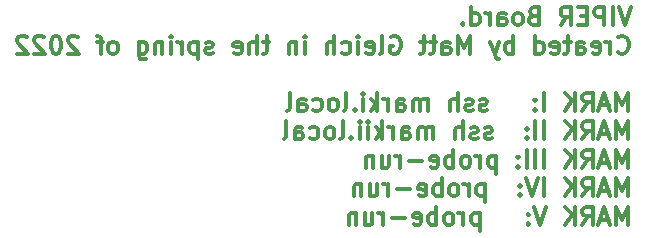
<source format=gbr>
%TF.GenerationSoftware,KiCad,Pcbnew,(6.0.4-0)*%
%TF.CreationDate,2022-04-28T13:26:29-07:00*%
%TF.ProjectId,viper,76697065-722e-46b6-9963-61645f706362,rev?*%
%TF.SameCoordinates,Original*%
%TF.FileFunction,Legend,Bot*%
%TF.FilePolarity,Positive*%
%FSLAX46Y46*%
G04 Gerber Fmt 4.6, Leading zero omitted, Abs format (unit mm)*
G04 Created by KiCad (PCBNEW (6.0.4-0)) date 2022-04-28 13:26:29*
%MOMM*%
%LPD*%
G01*
G04 APERTURE LIST*
%ADD10C,0.300000*%
G04 APERTURE END LIST*
D10*
X312590142Y-41272071D02*
X312090142Y-42772071D01*
X311590142Y-41272071D01*
X311090142Y-42772071D02*
X311090142Y-41272071D01*
X310375857Y-42772071D02*
X310375857Y-41272071D01*
X309804428Y-41272071D01*
X309661571Y-41343500D01*
X309590142Y-41414928D01*
X309518714Y-41557785D01*
X309518714Y-41772071D01*
X309590142Y-41914928D01*
X309661571Y-41986357D01*
X309804428Y-42057785D01*
X310375857Y-42057785D01*
X308875857Y-41986357D02*
X308375857Y-41986357D01*
X308161571Y-42772071D02*
X308875857Y-42772071D01*
X308875857Y-41272071D01*
X308161571Y-41272071D01*
X306661571Y-42772071D02*
X307161571Y-42057785D01*
X307518714Y-42772071D02*
X307518714Y-41272071D01*
X306947285Y-41272071D01*
X306804428Y-41343500D01*
X306733000Y-41414928D01*
X306661571Y-41557785D01*
X306661571Y-41772071D01*
X306733000Y-41914928D01*
X306804428Y-41986357D01*
X306947285Y-42057785D01*
X307518714Y-42057785D01*
X304375857Y-41986357D02*
X304161571Y-42057785D01*
X304090142Y-42129214D01*
X304018714Y-42272071D01*
X304018714Y-42486357D01*
X304090142Y-42629214D01*
X304161571Y-42700642D01*
X304304428Y-42772071D01*
X304875857Y-42772071D01*
X304875857Y-41272071D01*
X304375857Y-41272071D01*
X304233000Y-41343500D01*
X304161571Y-41414928D01*
X304090142Y-41557785D01*
X304090142Y-41700642D01*
X304161571Y-41843500D01*
X304233000Y-41914928D01*
X304375857Y-41986357D01*
X304875857Y-41986357D01*
X303161571Y-42772071D02*
X303304428Y-42700642D01*
X303375857Y-42629214D01*
X303447285Y-42486357D01*
X303447285Y-42057785D01*
X303375857Y-41914928D01*
X303304428Y-41843500D01*
X303161571Y-41772071D01*
X302947285Y-41772071D01*
X302804428Y-41843500D01*
X302733000Y-41914928D01*
X302661571Y-42057785D01*
X302661571Y-42486357D01*
X302733000Y-42629214D01*
X302804428Y-42700642D01*
X302947285Y-42772071D01*
X303161571Y-42772071D01*
X301375857Y-42772071D02*
X301375857Y-41986357D01*
X301447285Y-41843500D01*
X301590142Y-41772071D01*
X301875857Y-41772071D01*
X302018714Y-41843500D01*
X301375857Y-42700642D02*
X301518714Y-42772071D01*
X301875857Y-42772071D01*
X302018714Y-42700642D01*
X302090142Y-42557785D01*
X302090142Y-42414928D01*
X302018714Y-42272071D01*
X301875857Y-42200642D01*
X301518714Y-42200642D01*
X301375857Y-42129214D01*
X300661571Y-42772071D02*
X300661571Y-41772071D01*
X300661571Y-42057785D02*
X300590142Y-41914928D01*
X300518714Y-41843500D01*
X300375857Y-41772071D01*
X300233000Y-41772071D01*
X299090142Y-42772071D02*
X299090142Y-41272071D01*
X299090142Y-42700642D02*
X299233000Y-42772071D01*
X299518714Y-42772071D01*
X299661571Y-42700642D01*
X299733000Y-42629214D01*
X299804428Y-42486357D01*
X299804428Y-42057785D01*
X299733000Y-41914928D01*
X299661571Y-41843500D01*
X299518714Y-41772071D01*
X299233000Y-41772071D01*
X299090142Y-41843500D01*
X298375857Y-42629214D02*
X298304428Y-42700642D01*
X298375857Y-42772071D01*
X298447285Y-42700642D01*
X298375857Y-42629214D01*
X298375857Y-42772071D01*
X311518714Y-45044214D02*
X311590142Y-45115642D01*
X311804428Y-45187071D01*
X311947285Y-45187071D01*
X312161571Y-45115642D01*
X312304428Y-44972785D01*
X312375857Y-44829928D01*
X312447285Y-44544214D01*
X312447285Y-44329928D01*
X312375857Y-44044214D01*
X312304428Y-43901357D01*
X312161571Y-43758500D01*
X311947285Y-43687071D01*
X311804428Y-43687071D01*
X311590142Y-43758500D01*
X311518714Y-43829928D01*
X310875857Y-45187071D02*
X310875857Y-44187071D01*
X310875857Y-44472785D02*
X310804428Y-44329928D01*
X310733000Y-44258500D01*
X310590142Y-44187071D01*
X310447285Y-44187071D01*
X309375857Y-45115642D02*
X309518714Y-45187071D01*
X309804428Y-45187071D01*
X309947285Y-45115642D01*
X310018714Y-44972785D01*
X310018714Y-44401357D01*
X309947285Y-44258500D01*
X309804428Y-44187071D01*
X309518714Y-44187071D01*
X309375857Y-44258500D01*
X309304428Y-44401357D01*
X309304428Y-44544214D01*
X310018714Y-44687071D01*
X308018714Y-45187071D02*
X308018714Y-44401357D01*
X308090142Y-44258500D01*
X308233000Y-44187071D01*
X308518714Y-44187071D01*
X308661571Y-44258500D01*
X308018714Y-45115642D02*
X308161571Y-45187071D01*
X308518714Y-45187071D01*
X308661571Y-45115642D01*
X308733000Y-44972785D01*
X308733000Y-44829928D01*
X308661571Y-44687071D01*
X308518714Y-44615642D01*
X308161571Y-44615642D01*
X308018714Y-44544214D01*
X307518714Y-44187071D02*
X306947285Y-44187071D01*
X307304428Y-43687071D02*
X307304428Y-44972785D01*
X307233000Y-45115642D01*
X307090142Y-45187071D01*
X306947285Y-45187071D01*
X305875857Y-45115642D02*
X306018714Y-45187071D01*
X306304428Y-45187071D01*
X306447285Y-45115642D01*
X306518714Y-44972785D01*
X306518714Y-44401357D01*
X306447285Y-44258500D01*
X306304428Y-44187071D01*
X306018714Y-44187071D01*
X305875857Y-44258500D01*
X305804428Y-44401357D01*
X305804428Y-44544214D01*
X306518714Y-44687071D01*
X304518714Y-45187071D02*
X304518714Y-43687071D01*
X304518714Y-45115642D02*
X304661571Y-45187071D01*
X304947285Y-45187071D01*
X305090142Y-45115642D01*
X305161571Y-45044214D01*
X305233000Y-44901357D01*
X305233000Y-44472785D01*
X305161571Y-44329928D01*
X305090142Y-44258500D01*
X304947285Y-44187071D01*
X304661571Y-44187071D01*
X304518714Y-44258500D01*
X302661571Y-45187071D02*
X302661571Y-43687071D01*
X302661571Y-44258500D02*
X302518714Y-44187071D01*
X302233000Y-44187071D01*
X302090142Y-44258500D01*
X302018714Y-44329928D01*
X301947285Y-44472785D01*
X301947285Y-44901357D01*
X302018714Y-45044214D01*
X302090142Y-45115642D01*
X302233000Y-45187071D01*
X302518714Y-45187071D01*
X302661571Y-45115642D01*
X301447285Y-44187071D02*
X301090142Y-45187071D01*
X300733000Y-44187071D02*
X301090142Y-45187071D01*
X301233000Y-45544214D01*
X301304428Y-45615642D01*
X301447285Y-45687071D01*
X299018714Y-45187071D02*
X299018714Y-43687071D01*
X298518714Y-44758500D01*
X298018714Y-43687071D01*
X298018714Y-45187071D01*
X296661571Y-45187071D02*
X296661571Y-44401357D01*
X296733000Y-44258500D01*
X296875857Y-44187071D01*
X297161571Y-44187071D01*
X297304428Y-44258500D01*
X296661571Y-45115642D02*
X296804428Y-45187071D01*
X297161571Y-45187071D01*
X297304428Y-45115642D01*
X297375857Y-44972785D01*
X297375857Y-44829928D01*
X297304428Y-44687071D01*
X297161571Y-44615642D01*
X296804428Y-44615642D01*
X296661571Y-44544214D01*
X296161571Y-44187071D02*
X295590142Y-44187071D01*
X295947285Y-43687071D02*
X295947285Y-44972785D01*
X295875857Y-45115642D01*
X295733000Y-45187071D01*
X295590142Y-45187071D01*
X295304428Y-44187071D02*
X294733000Y-44187071D01*
X295090142Y-43687071D02*
X295090142Y-44972785D01*
X295018714Y-45115642D01*
X294875857Y-45187071D01*
X294733000Y-45187071D01*
X292304428Y-43758500D02*
X292447285Y-43687071D01*
X292661571Y-43687071D01*
X292875857Y-43758500D01*
X293018714Y-43901357D01*
X293090142Y-44044214D01*
X293161571Y-44329928D01*
X293161571Y-44544214D01*
X293090142Y-44829928D01*
X293018714Y-44972785D01*
X292875857Y-45115642D01*
X292661571Y-45187071D01*
X292518714Y-45187071D01*
X292304428Y-45115642D01*
X292233000Y-45044214D01*
X292233000Y-44544214D01*
X292518714Y-44544214D01*
X291375857Y-45187071D02*
X291518714Y-45115642D01*
X291590142Y-44972785D01*
X291590142Y-43687071D01*
X290233000Y-45115642D02*
X290375857Y-45187071D01*
X290661571Y-45187071D01*
X290804428Y-45115642D01*
X290875857Y-44972785D01*
X290875857Y-44401357D01*
X290804428Y-44258500D01*
X290661571Y-44187071D01*
X290375857Y-44187071D01*
X290233000Y-44258500D01*
X290161571Y-44401357D01*
X290161571Y-44544214D01*
X290875857Y-44687071D01*
X289518714Y-45187071D02*
X289518714Y-44187071D01*
X289518714Y-43687071D02*
X289590142Y-43758500D01*
X289518714Y-43829928D01*
X289447285Y-43758500D01*
X289518714Y-43687071D01*
X289518714Y-43829928D01*
X288161571Y-45115642D02*
X288304428Y-45187071D01*
X288590142Y-45187071D01*
X288733000Y-45115642D01*
X288804428Y-45044214D01*
X288875857Y-44901357D01*
X288875857Y-44472785D01*
X288804428Y-44329928D01*
X288733000Y-44258500D01*
X288590142Y-44187071D01*
X288304428Y-44187071D01*
X288161571Y-44258500D01*
X287518714Y-45187071D02*
X287518714Y-43687071D01*
X286875857Y-45187071D02*
X286875857Y-44401357D01*
X286947285Y-44258500D01*
X287090142Y-44187071D01*
X287304428Y-44187071D01*
X287447285Y-44258500D01*
X287518714Y-44329928D01*
X285018714Y-45187071D02*
X285018714Y-44187071D01*
X285018714Y-43687071D02*
X285090142Y-43758500D01*
X285018714Y-43829928D01*
X284947285Y-43758500D01*
X285018714Y-43687071D01*
X285018714Y-43829928D01*
X284304428Y-44187071D02*
X284304428Y-45187071D01*
X284304428Y-44329928D02*
X284233000Y-44258500D01*
X284090142Y-44187071D01*
X283875857Y-44187071D01*
X283733000Y-44258500D01*
X283661571Y-44401357D01*
X283661571Y-45187071D01*
X282018714Y-44187071D02*
X281447285Y-44187071D01*
X281804428Y-43687071D02*
X281804428Y-44972785D01*
X281733000Y-45115642D01*
X281590142Y-45187071D01*
X281447285Y-45187071D01*
X280947285Y-45187071D02*
X280947285Y-43687071D01*
X280304428Y-45187071D02*
X280304428Y-44401357D01*
X280375857Y-44258500D01*
X280518714Y-44187071D01*
X280733000Y-44187071D01*
X280875857Y-44258500D01*
X280947285Y-44329928D01*
X279018714Y-45115642D02*
X279161571Y-45187071D01*
X279447285Y-45187071D01*
X279590142Y-45115642D01*
X279661571Y-44972785D01*
X279661571Y-44401357D01*
X279590142Y-44258500D01*
X279447285Y-44187071D01*
X279161571Y-44187071D01*
X279018714Y-44258500D01*
X278947285Y-44401357D01*
X278947285Y-44544214D01*
X279661571Y-44687071D01*
X277233000Y-45115642D02*
X277090142Y-45187071D01*
X276804428Y-45187071D01*
X276661571Y-45115642D01*
X276590142Y-44972785D01*
X276590142Y-44901357D01*
X276661571Y-44758500D01*
X276804428Y-44687071D01*
X277018714Y-44687071D01*
X277161571Y-44615642D01*
X277233000Y-44472785D01*
X277233000Y-44401357D01*
X277161571Y-44258500D01*
X277018714Y-44187071D01*
X276804428Y-44187071D01*
X276661571Y-44258500D01*
X275947285Y-44187071D02*
X275947285Y-45687071D01*
X275947285Y-44258500D02*
X275804428Y-44187071D01*
X275518714Y-44187071D01*
X275375857Y-44258500D01*
X275304428Y-44329928D01*
X275233000Y-44472785D01*
X275233000Y-44901357D01*
X275304428Y-45044214D01*
X275375857Y-45115642D01*
X275518714Y-45187071D01*
X275804428Y-45187071D01*
X275947285Y-45115642D01*
X274590142Y-45187071D02*
X274590142Y-44187071D01*
X274590142Y-44472785D02*
X274518714Y-44329928D01*
X274447285Y-44258500D01*
X274304428Y-44187071D01*
X274161571Y-44187071D01*
X273661571Y-45187071D02*
X273661571Y-44187071D01*
X273661571Y-43687071D02*
X273733000Y-43758500D01*
X273661571Y-43829928D01*
X273590142Y-43758500D01*
X273661571Y-43687071D01*
X273661571Y-43829928D01*
X272947285Y-44187071D02*
X272947285Y-45187071D01*
X272947285Y-44329928D02*
X272875857Y-44258500D01*
X272733000Y-44187071D01*
X272518714Y-44187071D01*
X272375857Y-44258500D01*
X272304428Y-44401357D01*
X272304428Y-45187071D01*
X270947285Y-44187071D02*
X270947285Y-45401357D01*
X271018714Y-45544214D01*
X271090142Y-45615642D01*
X271233000Y-45687071D01*
X271447285Y-45687071D01*
X271590142Y-45615642D01*
X270947285Y-45115642D02*
X271090142Y-45187071D01*
X271375857Y-45187071D01*
X271518714Y-45115642D01*
X271590142Y-45044214D01*
X271661571Y-44901357D01*
X271661571Y-44472785D01*
X271590142Y-44329928D01*
X271518714Y-44258500D01*
X271375857Y-44187071D01*
X271090142Y-44187071D01*
X270947285Y-44258500D01*
X268875857Y-45187071D02*
X269018714Y-45115642D01*
X269090142Y-45044214D01*
X269161571Y-44901357D01*
X269161571Y-44472785D01*
X269090142Y-44329928D01*
X269018714Y-44258500D01*
X268875857Y-44187071D01*
X268661571Y-44187071D01*
X268518714Y-44258500D01*
X268447285Y-44329928D01*
X268375857Y-44472785D01*
X268375857Y-44901357D01*
X268447285Y-45044214D01*
X268518714Y-45115642D01*
X268661571Y-45187071D01*
X268875857Y-45187071D01*
X267947285Y-44187071D02*
X267375857Y-44187071D01*
X267733000Y-45187071D02*
X267733000Y-43901357D01*
X267661571Y-43758500D01*
X267518714Y-43687071D01*
X267375857Y-43687071D01*
X265804428Y-43829928D02*
X265733000Y-43758500D01*
X265590142Y-43687071D01*
X265233000Y-43687071D01*
X265090142Y-43758500D01*
X265018714Y-43829928D01*
X264947285Y-43972785D01*
X264947285Y-44115642D01*
X265018714Y-44329928D01*
X265875857Y-45187071D01*
X264947285Y-45187071D01*
X264018714Y-43687071D02*
X263875857Y-43687071D01*
X263733000Y-43758500D01*
X263661571Y-43829928D01*
X263590142Y-43972785D01*
X263518714Y-44258500D01*
X263518714Y-44615642D01*
X263590142Y-44901357D01*
X263661571Y-45044214D01*
X263733000Y-45115642D01*
X263875857Y-45187071D01*
X264018714Y-45187071D01*
X264161571Y-45115642D01*
X264233000Y-45044214D01*
X264304428Y-44901357D01*
X264375857Y-44615642D01*
X264375857Y-44258500D01*
X264304428Y-43972785D01*
X264233000Y-43829928D01*
X264161571Y-43758500D01*
X264018714Y-43687071D01*
X262947285Y-43829928D02*
X262875857Y-43758500D01*
X262733000Y-43687071D01*
X262375857Y-43687071D01*
X262233000Y-43758500D01*
X262161571Y-43829928D01*
X262090142Y-43972785D01*
X262090142Y-44115642D01*
X262161571Y-44329928D01*
X263018714Y-45187071D01*
X262090142Y-45187071D01*
X261518714Y-43829928D02*
X261447285Y-43758500D01*
X261304428Y-43687071D01*
X260947285Y-43687071D01*
X260804428Y-43758500D01*
X260733000Y-43829928D01*
X260661571Y-43972785D01*
X260661571Y-44115642D01*
X260733000Y-44329928D01*
X261590142Y-45187071D01*
X260661571Y-45187071D01*
X312375857Y-50017071D02*
X312375857Y-48517071D01*
X311875857Y-49588500D01*
X311375857Y-48517071D01*
X311375857Y-50017071D01*
X310733000Y-49588500D02*
X310018714Y-49588500D01*
X310875857Y-50017071D02*
X310375857Y-48517071D01*
X309875857Y-50017071D01*
X308518714Y-50017071D02*
X309018714Y-49302785D01*
X309375857Y-50017071D02*
X309375857Y-48517071D01*
X308804428Y-48517071D01*
X308661571Y-48588500D01*
X308590142Y-48659928D01*
X308518714Y-48802785D01*
X308518714Y-49017071D01*
X308590142Y-49159928D01*
X308661571Y-49231357D01*
X308804428Y-49302785D01*
X309375857Y-49302785D01*
X307875857Y-50017071D02*
X307875857Y-48517071D01*
X307018714Y-50017071D02*
X307661571Y-49159928D01*
X307018714Y-48517071D02*
X307875857Y-49374214D01*
X305233000Y-50017071D02*
X305233000Y-48517071D01*
X304518714Y-49874214D02*
X304447285Y-49945642D01*
X304518714Y-50017071D01*
X304590142Y-49945642D01*
X304518714Y-49874214D01*
X304518714Y-50017071D01*
X304518714Y-49088500D02*
X304447285Y-49159928D01*
X304518714Y-49231357D01*
X304590142Y-49159928D01*
X304518714Y-49088500D01*
X304518714Y-49231357D01*
X300447285Y-49945642D02*
X300304428Y-50017071D01*
X300018714Y-50017071D01*
X299875857Y-49945642D01*
X299804428Y-49802785D01*
X299804428Y-49731357D01*
X299875857Y-49588500D01*
X300018714Y-49517071D01*
X300233000Y-49517071D01*
X300375857Y-49445642D01*
X300447285Y-49302785D01*
X300447285Y-49231357D01*
X300375857Y-49088500D01*
X300233000Y-49017071D01*
X300018714Y-49017071D01*
X299875857Y-49088500D01*
X299233000Y-49945642D02*
X299090142Y-50017071D01*
X298804428Y-50017071D01*
X298661571Y-49945642D01*
X298590142Y-49802785D01*
X298590142Y-49731357D01*
X298661571Y-49588500D01*
X298804428Y-49517071D01*
X299018714Y-49517071D01*
X299161571Y-49445642D01*
X299233000Y-49302785D01*
X299233000Y-49231357D01*
X299161571Y-49088500D01*
X299018714Y-49017071D01*
X298804428Y-49017071D01*
X298661571Y-49088500D01*
X297947285Y-50017071D02*
X297947285Y-48517071D01*
X297304428Y-50017071D02*
X297304428Y-49231357D01*
X297375857Y-49088500D01*
X297518714Y-49017071D01*
X297733000Y-49017071D01*
X297875857Y-49088500D01*
X297947285Y-49159928D01*
X295447285Y-50017071D02*
X295447285Y-49017071D01*
X295447285Y-49159928D02*
X295375857Y-49088500D01*
X295233000Y-49017071D01*
X295018714Y-49017071D01*
X294875857Y-49088500D01*
X294804428Y-49231357D01*
X294804428Y-50017071D01*
X294804428Y-49231357D02*
X294733000Y-49088500D01*
X294590142Y-49017071D01*
X294375857Y-49017071D01*
X294233000Y-49088500D01*
X294161571Y-49231357D01*
X294161571Y-50017071D01*
X292804428Y-50017071D02*
X292804428Y-49231357D01*
X292875857Y-49088500D01*
X293018714Y-49017071D01*
X293304428Y-49017071D01*
X293447285Y-49088500D01*
X292804428Y-49945642D02*
X292947285Y-50017071D01*
X293304428Y-50017071D01*
X293447285Y-49945642D01*
X293518714Y-49802785D01*
X293518714Y-49659928D01*
X293447285Y-49517071D01*
X293304428Y-49445642D01*
X292947285Y-49445642D01*
X292804428Y-49374214D01*
X292090142Y-50017071D02*
X292090142Y-49017071D01*
X292090142Y-49302785D02*
X292018714Y-49159928D01*
X291947285Y-49088500D01*
X291804428Y-49017071D01*
X291661571Y-49017071D01*
X291161571Y-50017071D02*
X291161571Y-48517071D01*
X291018714Y-49445642D02*
X290590142Y-50017071D01*
X290590142Y-49017071D02*
X291161571Y-49588500D01*
X289947285Y-50017071D02*
X289947285Y-49017071D01*
X289947285Y-48517071D02*
X290018714Y-48588500D01*
X289947285Y-48659928D01*
X289875857Y-48588500D01*
X289947285Y-48517071D01*
X289947285Y-48659928D01*
X289233000Y-49874214D02*
X289161571Y-49945642D01*
X289233000Y-50017071D01*
X289304428Y-49945642D01*
X289233000Y-49874214D01*
X289233000Y-50017071D01*
X288304428Y-50017071D02*
X288447285Y-49945642D01*
X288518714Y-49802785D01*
X288518714Y-48517071D01*
X287518714Y-50017071D02*
X287661571Y-49945642D01*
X287733000Y-49874214D01*
X287804428Y-49731357D01*
X287804428Y-49302785D01*
X287733000Y-49159928D01*
X287661571Y-49088500D01*
X287518714Y-49017071D01*
X287304428Y-49017071D01*
X287161571Y-49088500D01*
X287090142Y-49159928D01*
X287018714Y-49302785D01*
X287018714Y-49731357D01*
X287090142Y-49874214D01*
X287161571Y-49945642D01*
X287304428Y-50017071D01*
X287518714Y-50017071D01*
X285733000Y-49945642D02*
X285875857Y-50017071D01*
X286161571Y-50017071D01*
X286304428Y-49945642D01*
X286375857Y-49874214D01*
X286447285Y-49731357D01*
X286447285Y-49302785D01*
X286375857Y-49159928D01*
X286304428Y-49088500D01*
X286161571Y-49017071D01*
X285875857Y-49017071D01*
X285733000Y-49088500D01*
X284447285Y-50017071D02*
X284447285Y-49231357D01*
X284518714Y-49088500D01*
X284661571Y-49017071D01*
X284947285Y-49017071D01*
X285090142Y-49088500D01*
X284447285Y-49945642D02*
X284590142Y-50017071D01*
X284947285Y-50017071D01*
X285090142Y-49945642D01*
X285161571Y-49802785D01*
X285161571Y-49659928D01*
X285090142Y-49517071D01*
X284947285Y-49445642D01*
X284590142Y-49445642D01*
X284447285Y-49374214D01*
X283518714Y-50017071D02*
X283661571Y-49945642D01*
X283733000Y-49802785D01*
X283733000Y-48517071D01*
X312375857Y-52432071D02*
X312375857Y-50932071D01*
X311875857Y-52003500D01*
X311375857Y-50932071D01*
X311375857Y-52432071D01*
X310733000Y-52003500D02*
X310018714Y-52003500D01*
X310875857Y-52432071D02*
X310375857Y-50932071D01*
X309875857Y-52432071D01*
X308518714Y-52432071D02*
X309018714Y-51717785D01*
X309375857Y-52432071D02*
X309375857Y-50932071D01*
X308804428Y-50932071D01*
X308661571Y-51003500D01*
X308590142Y-51074928D01*
X308518714Y-51217785D01*
X308518714Y-51432071D01*
X308590142Y-51574928D01*
X308661571Y-51646357D01*
X308804428Y-51717785D01*
X309375857Y-51717785D01*
X307875857Y-52432071D02*
X307875857Y-50932071D01*
X307018714Y-52432071D02*
X307661571Y-51574928D01*
X307018714Y-50932071D02*
X307875857Y-51789214D01*
X305233000Y-52432071D02*
X305233000Y-50932071D01*
X304518714Y-52432071D02*
X304518714Y-50932071D01*
X303804428Y-52289214D02*
X303733000Y-52360642D01*
X303804428Y-52432071D01*
X303875857Y-52360642D01*
X303804428Y-52289214D01*
X303804428Y-52432071D01*
X303804428Y-51503500D02*
X303733000Y-51574928D01*
X303804428Y-51646357D01*
X303875857Y-51574928D01*
X303804428Y-51503500D01*
X303804428Y-51646357D01*
X300875857Y-52360642D02*
X300733000Y-52432071D01*
X300447285Y-52432071D01*
X300304428Y-52360642D01*
X300233000Y-52217785D01*
X300233000Y-52146357D01*
X300304428Y-52003500D01*
X300447285Y-51932071D01*
X300661571Y-51932071D01*
X300804428Y-51860642D01*
X300875857Y-51717785D01*
X300875857Y-51646357D01*
X300804428Y-51503500D01*
X300661571Y-51432071D01*
X300447285Y-51432071D01*
X300304428Y-51503500D01*
X299661571Y-52360642D02*
X299518714Y-52432071D01*
X299233000Y-52432071D01*
X299090142Y-52360642D01*
X299018714Y-52217785D01*
X299018714Y-52146357D01*
X299090142Y-52003500D01*
X299233000Y-51932071D01*
X299447285Y-51932071D01*
X299590142Y-51860642D01*
X299661571Y-51717785D01*
X299661571Y-51646357D01*
X299590142Y-51503500D01*
X299447285Y-51432071D01*
X299233000Y-51432071D01*
X299090142Y-51503500D01*
X298375857Y-52432071D02*
X298375857Y-50932071D01*
X297733000Y-52432071D02*
X297733000Y-51646357D01*
X297804428Y-51503500D01*
X297947285Y-51432071D01*
X298161571Y-51432071D01*
X298304428Y-51503500D01*
X298375857Y-51574928D01*
X295875857Y-52432071D02*
X295875857Y-51432071D01*
X295875857Y-51574928D02*
X295804428Y-51503500D01*
X295661571Y-51432071D01*
X295447285Y-51432071D01*
X295304428Y-51503500D01*
X295233000Y-51646357D01*
X295233000Y-52432071D01*
X295233000Y-51646357D02*
X295161571Y-51503500D01*
X295018714Y-51432071D01*
X294804428Y-51432071D01*
X294661571Y-51503500D01*
X294590142Y-51646357D01*
X294590142Y-52432071D01*
X293233000Y-52432071D02*
X293233000Y-51646357D01*
X293304428Y-51503500D01*
X293447285Y-51432071D01*
X293733000Y-51432071D01*
X293875857Y-51503500D01*
X293233000Y-52360642D02*
X293375857Y-52432071D01*
X293733000Y-52432071D01*
X293875857Y-52360642D01*
X293947285Y-52217785D01*
X293947285Y-52074928D01*
X293875857Y-51932071D01*
X293733000Y-51860642D01*
X293375857Y-51860642D01*
X293233000Y-51789214D01*
X292518714Y-52432071D02*
X292518714Y-51432071D01*
X292518714Y-51717785D02*
X292447285Y-51574928D01*
X292375857Y-51503500D01*
X292233000Y-51432071D01*
X292090142Y-51432071D01*
X291590142Y-52432071D02*
X291590142Y-50932071D01*
X291447285Y-51860642D02*
X291018714Y-52432071D01*
X291018714Y-51432071D02*
X291590142Y-52003500D01*
X290375857Y-52432071D02*
X290375857Y-51432071D01*
X290375857Y-50932071D02*
X290447285Y-51003500D01*
X290375857Y-51074928D01*
X290304428Y-51003500D01*
X290375857Y-50932071D01*
X290375857Y-51074928D01*
X289661571Y-52432071D02*
X289661571Y-51432071D01*
X289661571Y-50932071D02*
X289733000Y-51003500D01*
X289661571Y-51074928D01*
X289590142Y-51003500D01*
X289661571Y-50932071D01*
X289661571Y-51074928D01*
X288947285Y-52289214D02*
X288875857Y-52360642D01*
X288947285Y-52432071D01*
X289018714Y-52360642D01*
X288947285Y-52289214D01*
X288947285Y-52432071D01*
X288018714Y-52432071D02*
X288161571Y-52360642D01*
X288233000Y-52217785D01*
X288233000Y-50932071D01*
X287233000Y-52432071D02*
X287375857Y-52360642D01*
X287447285Y-52289214D01*
X287518714Y-52146357D01*
X287518714Y-51717785D01*
X287447285Y-51574928D01*
X287375857Y-51503500D01*
X287233000Y-51432071D01*
X287018714Y-51432071D01*
X286875857Y-51503500D01*
X286804428Y-51574928D01*
X286733000Y-51717785D01*
X286733000Y-52146357D01*
X286804428Y-52289214D01*
X286875857Y-52360642D01*
X287018714Y-52432071D01*
X287233000Y-52432071D01*
X285447285Y-52360642D02*
X285590142Y-52432071D01*
X285875857Y-52432071D01*
X286018714Y-52360642D01*
X286090142Y-52289214D01*
X286161571Y-52146357D01*
X286161571Y-51717785D01*
X286090142Y-51574928D01*
X286018714Y-51503500D01*
X285875857Y-51432071D01*
X285590142Y-51432071D01*
X285447285Y-51503500D01*
X284161571Y-52432071D02*
X284161571Y-51646357D01*
X284233000Y-51503500D01*
X284375857Y-51432071D01*
X284661571Y-51432071D01*
X284804428Y-51503500D01*
X284161571Y-52360642D02*
X284304428Y-52432071D01*
X284661571Y-52432071D01*
X284804428Y-52360642D01*
X284875857Y-52217785D01*
X284875857Y-52074928D01*
X284804428Y-51932071D01*
X284661571Y-51860642D01*
X284304428Y-51860642D01*
X284161571Y-51789214D01*
X283233000Y-52432071D02*
X283375857Y-52360642D01*
X283447285Y-52217785D01*
X283447285Y-50932071D01*
X312375857Y-54847071D02*
X312375857Y-53347071D01*
X311875857Y-54418500D01*
X311375857Y-53347071D01*
X311375857Y-54847071D01*
X310733000Y-54418500D02*
X310018714Y-54418500D01*
X310875857Y-54847071D02*
X310375857Y-53347071D01*
X309875857Y-54847071D01*
X308518714Y-54847071D02*
X309018714Y-54132785D01*
X309375857Y-54847071D02*
X309375857Y-53347071D01*
X308804428Y-53347071D01*
X308661571Y-53418500D01*
X308590142Y-53489928D01*
X308518714Y-53632785D01*
X308518714Y-53847071D01*
X308590142Y-53989928D01*
X308661571Y-54061357D01*
X308804428Y-54132785D01*
X309375857Y-54132785D01*
X307875857Y-54847071D02*
X307875857Y-53347071D01*
X307018714Y-54847071D02*
X307661571Y-53989928D01*
X307018714Y-53347071D02*
X307875857Y-54204214D01*
X305233000Y-54847071D02*
X305233000Y-53347071D01*
X304518714Y-54847071D02*
X304518714Y-53347071D01*
X303804428Y-54847071D02*
X303804428Y-53347071D01*
X303090142Y-54704214D02*
X303018714Y-54775642D01*
X303090142Y-54847071D01*
X303161571Y-54775642D01*
X303090142Y-54704214D01*
X303090142Y-54847071D01*
X303090142Y-53918500D02*
X303018714Y-53989928D01*
X303090142Y-54061357D01*
X303161571Y-53989928D01*
X303090142Y-53918500D01*
X303090142Y-54061357D01*
X301233000Y-53847071D02*
X301233000Y-55347071D01*
X301233000Y-53918500D02*
X301090142Y-53847071D01*
X300804428Y-53847071D01*
X300661571Y-53918500D01*
X300590142Y-53989928D01*
X300518714Y-54132785D01*
X300518714Y-54561357D01*
X300590142Y-54704214D01*
X300661571Y-54775642D01*
X300804428Y-54847071D01*
X301090142Y-54847071D01*
X301233000Y-54775642D01*
X299875857Y-54847071D02*
X299875857Y-53847071D01*
X299875857Y-54132785D02*
X299804428Y-53989928D01*
X299733000Y-53918500D01*
X299590142Y-53847071D01*
X299447285Y-53847071D01*
X298733000Y-54847071D02*
X298875857Y-54775642D01*
X298947285Y-54704214D01*
X299018714Y-54561357D01*
X299018714Y-54132785D01*
X298947285Y-53989928D01*
X298875857Y-53918500D01*
X298733000Y-53847071D01*
X298518714Y-53847071D01*
X298375857Y-53918500D01*
X298304428Y-53989928D01*
X298233000Y-54132785D01*
X298233000Y-54561357D01*
X298304428Y-54704214D01*
X298375857Y-54775642D01*
X298518714Y-54847071D01*
X298733000Y-54847071D01*
X297590142Y-54847071D02*
X297590142Y-53347071D01*
X297590142Y-53918500D02*
X297447285Y-53847071D01*
X297161571Y-53847071D01*
X297018714Y-53918500D01*
X296947285Y-53989928D01*
X296875857Y-54132785D01*
X296875857Y-54561357D01*
X296947285Y-54704214D01*
X297018714Y-54775642D01*
X297161571Y-54847071D01*
X297447285Y-54847071D01*
X297590142Y-54775642D01*
X295661571Y-54775642D02*
X295804428Y-54847071D01*
X296090142Y-54847071D01*
X296233000Y-54775642D01*
X296304428Y-54632785D01*
X296304428Y-54061357D01*
X296233000Y-53918500D01*
X296090142Y-53847071D01*
X295804428Y-53847071D01*
X295661571Y-53918500D01*
X295590142Y-54061357D01*
X295590142Y-54204214D01*
X296304428Y-54347071D01*
X294947285Y-54275642D02*
X293804428Y-54275642D01*
X293090142Y-54847071D02*
X293090142Y-53847071D01*
X293090142Y-54132785D02*
X293018714Y-53989928D01*
X292947285Y-53918500D01*
X292804428Y-53847071D01*
X292661571Y-53847071D01*
X291518714Y-53847071D02*
X291518714Y-54847071D01*
X292161571Y-53847071D02*
X292161571Y-54632785D01*
X292090142Y-54775642D01*
X291947285Y-54847071D01*
X291733000Y-54847071D01*
X291590142Y-54775642D01*
X291518714Y-54704214D01*
X290804428Y-53847071D02*
X290804428Y-54847071D01*
X290804428Y-53989928D02*
X290733000Y-53918500D01*
X290590142Y-53847071D01*
X290375857Y-53847071D01*
X290233000Y-53918500D01*
X290161571Y-54061357D01*
X290161571Y-54847071D01*
X312375857Y-57262071D02*
X312375857Y-55762071D01*
X311875857Y-56833500D01*
X311375857Y-55762071D01*
X311375857Y-57262071D01*
X310733000Y-56833500D02*
X310018714Y-56833500D01*
X310875857Y-57262071D02*
X310375857Y-55762071D01*
X309875857Y-57262071D01*
X308518714Y-57262071D02*
X309018714Y-56547785D01*
X309375857Y-57262071D02*
X309375857Y-55762071D01*
X308804428Y-55762071D01*
X308661571Y-55833500D01*
X308590142Y-55904928D01*
X308518714Y-56047785D01*
X308518714Y-56262071D01*
X308590142Y-56404928D01*
X308661571Y-56476357D01*
X308804428Y-56547785D01*
X309375857Y-56547785D01*
X307875857Y-57262071D02*
X307875857Y-55762071D01*
X307018714Y-57262071D02*
X307661571Y-56404928D01*
X307018714Y-55762071D02*
X307875857Y-56619214D01*
X305233000Y-57262071D02*
X305233000Y-55762071D01*
X304733000Y-55762071D02*
X304233000Y-57262071D01*
X303733000Y-55762071D01*
X303233000Y-57119214D02*
X303161571Y-57190642D01*
X303233000Y-57262071D01*
X303304428Y-57190642D01*
X303233000Y-57119214D01*
X303233000Y-57262071D01*
X303233000Y-56333500D02*
X303161571Y-56404928D01*
X303233000Y-56476357D01*
X303304428Y-56404928D01*
X303233000Y-56333500D01*
X303233000Y-56476357D01*
X300233000Y-56262071D02*
X300233000Y-57762071D01*
X300233000Y-56333500D02*
X300090142Y-56262071D01*
X299804428Y-56262071D01*
X299661571Y-56333500D01*
X299590142Y-56404928D01*
X299518714Y-56547785D01*
X299518714Y-56976357D01*
X299590142Y-57119214D01*
X299661571Y-57190642D01*
X299804428Y-57262071D01*
X300090142Y-57262071D01*
X300233000Y-57190642D01*
X298875857Y-57262071D02*
X298875857Y-56262071D01*
X298875857Y-56547785D02*
X298804428Y-56404928D01*
X298733000Y-56333500D01*
X298590142Y-56262071D01*
X298447285Y-56262071D01*
X297733000Y-57262071D02*
X297875857Y-57190642D01*
X297947285Y-57119214D01*
X298018714Y-56976357D01*
X298018714Y-56547785D01*
X297947285Y-56404928D01*
X297875857Y-56333500D01*
X297733000Y-56262071D01*
X297518714Y-56262071D01*
X297375857Y-56333500D01*
X297304428Y-56404928D01*
X297233000Y-56547785D01*
X297233000Y-56976357D01*
X297304428Y-57119214D01*
X297375857Y-57190642D01*
X297518714Y-57262071D01*
X297733000Y-57262071D01*
X296590142Y-57262071D02*
X296590142Y-55762071D01*
X296590142Y-56333500D02*
X296447285Y-56262071D01*
X296161571Y-56262071D01*
X296018714Y-56333500D01*
X295947285Y-56404928D01*
X295875857Y-56547785D01*
X295875857Y-56976357D01*
X295947285Y-57119214D01*
X296018714Y-57190642D01*
X296161571Y-57262071D01*
X296447285Y-57262071D01*
X296590142Y-57190642D01*
X294661571Y-57190642D02*
X294804428Y-57262071D01*
X295090142Y-57262071D01*
X295233000Y-57190642D01*
X295304428Y-57047785D01*
X295304428Y-56476357D01*
X295233000Y-56333500D01*
X295090142Y-56262071D01*
X294804428Y-56262071D01*
X294661571Y-56333500D01*
X294590142Y-56476357D01*
X294590142Y-56619214D01*
X295304428Y-56762071D01*
X293947285Y-56690642D02*
X292804428Y-56690642D01*
X292090142Y-57262071D02*
X292090142Y-56262071D01*
X292090142Y-56547785D02*
X292018714Y-56404928D01*
X291947285Y-56333500D01*
X291804428Y-56262071D01*
X291661571Y-56262071D01*
X290518714Y-56262071D02*
X290518714Y-57262071D01*
X291161571Y-56262071D02*
X291161571Y-57047785D01*
X291090142Y-57190642D01*
X290947285Y-57262071D01*
X290733000Y-57262071D01*
X290590142Y-57190642D01*
X290518714Y-57119214D01*
X289804428Y-56262071D02*
X289804428Y-57262071D01*
X289804428Y-56404928D02*
X289733000Y-56333500D01*
X289590142Y-56262071D01*
X289375857Y-56262071D01*
X289233000Y-56333500D01*
X289161571Y-56476357D01*
X289161571Y-57262071D01*
X312375857Y-59677071D02*
X312375857Y-58177071D01*
X311875857Y-59248500D01*
X311375857Y-58177071D01*
X311375857Y-59677071D01*
X310733000Y-59248500D02*
X310018714Y-59248500D01*
X310875857Y-59677071D02*
X310375857Y-58177071D01*
X309875857Y-59677071D01*
X308518714Y-59677071D02*
X309018714Y-58962785D01*
X309375857Y-59677071D02*
X309375857Y-58177071D01*
X308804428Y-58177071D01*
X308661571Y-58248500D01*
X308590142Y-58319928D01*
X308518714Y-58462785D01*
X308518714Y-58677071D01*
X308590142Y-58819928D01*
X308661571Y-58891357D01*
X308804428Y-58962785D01*
X309375857Y-58962785D01*
X307875857Y-59677071D02*
X307875857Y-58177071D01*
X307018714Y-59677071D02*
X307661571Y-58819928D01*
X307018714Y-58177071D02*
X307875857Y-59034214D01*
X305447285Y-58177071D02*
X304947285Y-59677071D01*
X304447285Y-58177071D01*
X303947285Y-59534214D02*
X303875857Y-59605642D01*
X303947285Y-59677071D01*
X304018714Y-59605642D01*
X303947285Y-59534214D01*
X303947285Y-59677071D01*
X303947285Y-58748500D02*
X303875857Y-58819928D01*
X303947285Y-58891357D01*
X304018714Y-58819928D01*
X303947285Y-58748500D01*
X303947285Y-58891357D01*
X299804428Y-58677071D02*
X299804428Y-60177071D01*
X299804428Y-58748500D02*
X299661571Y-58677071D01*
X299375857Y-58677071D01*
X299233000Y-58748500D01*
X299161571Y-58819928D01*
X299090142Y-58962785D01*
X299090142Y-59391357D01*
X299161571Y-59534214D01*
X299233000Y-59605642D01*
X299375857Y-59677071D01*
X299661571Y-59677071D01*
X299804428Y-59605642D01*
X298447285Y-59677071D02*
X298447285Y-58677071D01*
X298447285Y-58962785D02*
X298375857Y-58819928D01*
X298304428Y-58748500D01*
X298161571Y-58677071D01*
X298018714Y-58677071D01*
X297304428Y-59677071D02*
X297447285Y-59605642D01*
X297518714Y-59534214D01*
X297590142Y-59391357D01*
X297590142Y-58962785D01*
X297518714Y-58819928D01*
X297447285Y-58748500D01*
X297304428Y-58677071D01*
X297090142Y-58677071D01*
X296947285Y-58748500D01*
X296875857Y-58819928D01*
X296804428Y-58962785D01*
X296804428Y-59391357D01*
X296875857Y-59534214D01*
X296947285Y-59605642D01*
X297090142Y-59677071D01*
X297304428Y-59677071D01*
X296161571Y-59677071D02*
X296161571Y-58177071D01*
X296161571Y-58748500D02*
X296018714Y-58677071D01*
X295733000Y-58677071D01*
X295590142Y-58748500D01*
X295518714Y-58819928D01*
X295447285Y-58962785D01*
X295447285Y-59391357D01*
X295518714Y-59534214D01*
X295590142Y-59605642D01*
X295733000Y-59677071D01*
X296018714Y-59677071D01*
X296161571Y-59605642D01*
X294233000Y-59605642D02*
X294375857Y-59677071D01*
X294661571Y-59677071D01*
X294804428Y-59605642D01*
X294875857Y-59462785D01*
X294875857Y-58891357D01*
X294804428Y-58748500D01*
X294661571Y-58677071D01*
X294375857Y-58677071D01*
X294233000Y-58748500D01*
X294161571Y-58891357D01*
X294161571Y-59034214D01*
X294875857Y-59177071D01*
X293518714Y-59105642D02*
X292375857Y-59105642D01*
X291661571Y-59677071D02*
X291661571Y-58677071D01*
X291661571Y-58962785D02*
X291590142Y-58819928D01*
X291518714Y-58748500D01*
X291375857Y-58677071D01*
X291233000Y-58677071D01*
X290090142Y-58677071D02*
X290090142Y-59677071D01*
X290733000Y-58677071D02*
X290733000Y-59462785D01*
X290661571Y-59605642D01*
X290518714Y-59677071D01*
X290304428Y-59677071D01*
X290161571Y-59605642D01*
X290090142Y-59534214D01*
X289375857Y-58677071D02*
X289375857Y-59677071D01*
X289375857Y-58819928D02*
X289304428Y-58748500D01*
X289161571Y-58677071D01*
X288947285Y-58677071D01*
X288804428Y-58748500D01*
X288733000Y-58891357D01*
X288733000Y-59677071D01*
M02*

</source>
